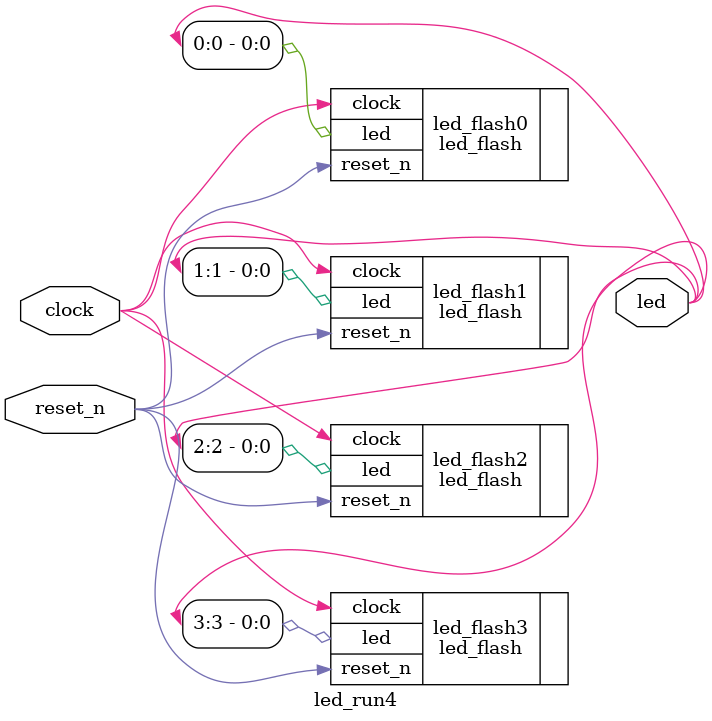
<source format=v>

module led_run4 (
    input clock,
    input reset_n,
    output [3:0] led   // 底层模块定义变量类型，这里不再定义, 重复定义会报错
);
    // 需要修改输入输出信号的类型吗?
    // MCNT = 需要延时的ns数 / 20ns
    led_flash #(.MCNT(2500_0000*1)) led_flash0(
        .clock(clock),
        .reset_n(reset_n),
        .led(led[0])
    );

    led_flash #(.MCNT(2500_0000*2)) led_flash1(
        .clock(clock),
        .reset_n(reset_n),
        .led(led[1])
    );

    led_flash #(.MCNT(2500_0000*3)) led_flash2(
        .clock(clock),
        .reset_n(reset_n),
        .led(led[2])
    );

    led_flash #(.MCNT(2500_0000*4)) led_flash3(
        .clock(clock),
        .reset_n(reset_n),
        .led(led[3])
    );
    
endmodule
</source>
